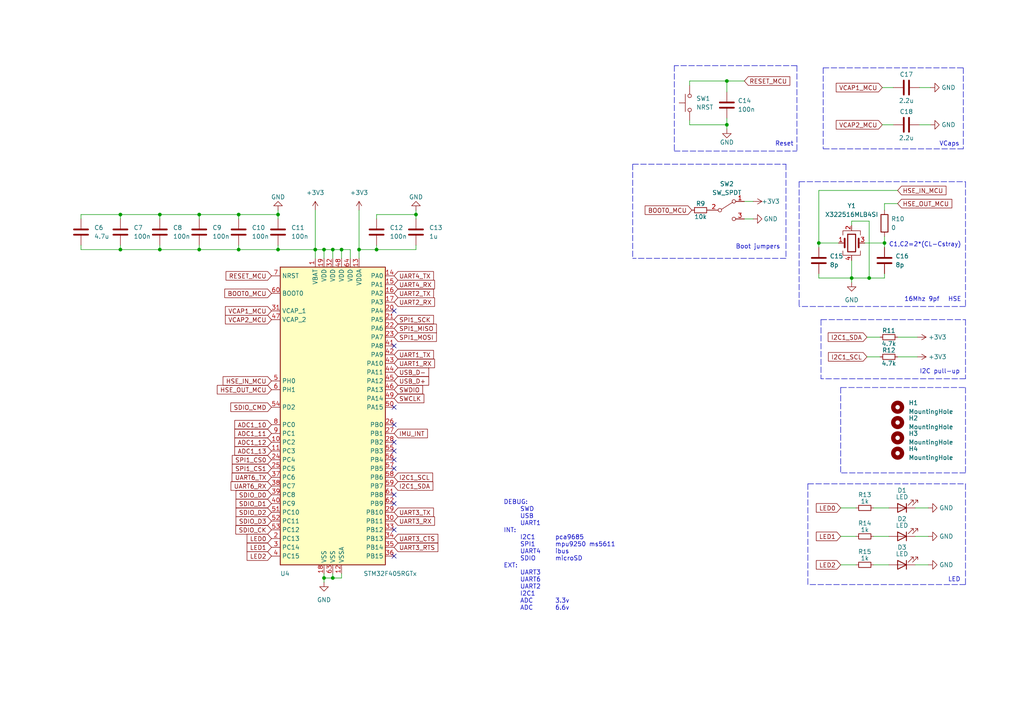
<source format=kicad_sch>
(kicad_sch (version 20211123) (generator eeschema)
  (paper "A4")
  (lib_symbols
    (symbol "Device:C" (pin_numbers hide) (pin_names (offset 0.254))
      (property "Reference" "C" (at 0.635 2.54 0))
      (property "Value" "C" (at 0.635 -2.54 0))
      (symbol "C_0_1"
        (polyline (pts (xy -2.032 -0.762) (xy 2.032 -0.762)) (stroke (width 0.508)))
        (polyline (pts (xy -2.032 0.762) (xy 2.032 0.762)) (stroke (width 0.508)))
      )
      (symbol "C_1_1"
        (pin passive line (at 0 3.81 270) (length 2.794) (name "~") (number "1"))
        (pin passive line (at 0 -3.81 90) (length 2.794) (name "~") (number "2"))
      )
    )
    (symbol "Device:Crystal_GND24" (pin_names (offset 1.016) hide)
      (property "Reference" "Y" (at 3.175 5.08 0))
      (property "Value" "Crystal_GND24" (at 3.175 3.175 0))
      (symbol "Crystal_GND24_0_1"
        (rectangle (start -1.143 2.54) (end 1.143 -2.54) (stroke (width 0.3048)))
        (polyline (pts (xy -2.54 0) (xy -2.032 0)))
        (polyline (pts (xy -2.032 -1.27) (xy -2.032 1.27)) (stroke (width 0.508)))
        (polyline (pts (xy 0 -3.81) (xy 0 -3.556)))
        (polyline (pts (xy 0 3.556) (xy 0 3.81)))
        (polyline (pts (xy 2.032 -1.27) (xy 2.032 1.27)) (stroke (width 0.508)))
        (polyline (pts (xy 2.032 0) (xy 2.54 0)))
        (polyline (pts (xy -2.54 -2.286) (xy -2.54 -3.556) (xy 2.54 -3.556) (xy 2.54 -2.286)))
        (polyline (pts (xy -2.54 2.286) (xy -2.54 3.556) (xy 2.54 3.556) (xy 2.54 2.286)))
      )
      (symbol "Crystal_GND24_1_1"
        (pin passive line (at -3.81 0 0) (length 1.27) (name "1") (number "1"))
        (pin passive line (at 0 5.08 270) (length 1.27) (name "2") (number "2"))
        (pin passive line (at 3.81 0 180) (length 1.27) (name "3") (number "3"))
        (pin passive line (at 0 -5.08 90) (length 1.27) (name "4") (number "4"))
      )
    )
    (symbol "Device:LED" (pin_numbers hide) (pin_names (offset 1.016) hide)
      (property "Reference" "D" (at 0 2.54 0))
      (property "Value" "LED" (at 0 -2.54 0))
      (symbol "LED_0_1"
        (polyline (pts (xy -1.27 -1.27) (xy -1.27 1.27)) (stroke (width 0.254)))
        (polyline (pts (xy -1.27 0) (xy 1.27 0)))
        (polyline (pts (xy 1.27 -1.27) (xy 1.27 1.27) (xy -1.27 0) (xy 1.27 -1.27)) (stroke (width 0.254)))
        (polyline (pts (xy -3.048 -0.762) (xy -4.572 -2.286) (xy -3.81 -2.286) (xy -4.572 -2.286) (xy -4.572 -1.524)))
        (polyline (pts (xy -1.778 -0.762) (xy -3.302 -2.286) (xy -2.54 -2.286) (xy -3.302 -2.286) (xy -3.302 -1.524)))
      )
      (symbol "LED_1_1"
        (pin passive line (at -3.81 0 0) (length 2.54) (name "K") (number "1"))
        (pin passive line (at 3.81 0 180) (length 2.54) (name "A") (number "2"))
      )
    )
    (symbol "Device:R" (pin_numbers hide) (pin_names (offset 0))
      (property "Reference" "R" (at 2.032 0 90))
      (property "Value" "R" (at 0 0 90))
      (symbol "R_0_1"
        (rectangle (start -1.016 -2.54) (end 1.016 2.54) (stroke (width 0.254)))
      )
      (symbol "R_1_1"
        (pin passive line (at 0 3.81 270) (length 1.27) (name "~") (number "1"))
        (pin passive line (at 0 -3.81 90) (length 1.27) (name "~") (number "2"))
      )
    )
    (symbol "Device:R_Small" (pin_numbers hide) (pin_names (offset 0.254) hide)
      (property "Reference" "R" (at 0.762 0.508 0))
      (property "Value" "R_Small" (at 0.762 -1.016 0))
      (symbol "R_Small_0_1"
        (rectangle (start -0.762 1.778) (end 0.762 -1.778) (stroke (width 0.2032)))
      )
      (symbol "R_Small_1_1"
        (pin passive line (at 0 2.54 270) (length 0.762) (name "~") (number "1"))
        (pin passive line (at 0 -2.54 90) (length 0.762) (name "~") (number "2"))
      )
    )
    (symbol "MCU_ST_STM32F4:STM32F405RGTx"
      (property "Reference" "U" (at -15.24 44.45 0))
      (property "Value" "STM32F405RGTx" (at 10.16 44.45 0))
      (symbol "STM32F405RGTx_0_1"
        (rectangle (start -15.24 -43.18) (end 15.24 43.18) (stroke (width 0.254)) (fill (type background)))
      )
      (symbol "STM32F405RGTx_1_1"
        (pin power_in line (at -5.08 45.72 270) (length 2.54) (name "VBAT") (number "1"))
        (pin bidirectional line (at -17.78 -7.62 0) (length 2.54) (name "PC2") (number "10"))
        (pin bidirectional line (at -17.78 -10.16 0) (length 2.54) (name "PC3") (number "11"))
        (pin power_in line (at 2.54 -45.72 90) (length 2.54) (name "VSSA") (number "12"))
        (pin power_in line (at 7.62 45.72 270) (length 2.54) (name "VDDA") (number "13"))
        (pin bidirectional line (at 17.78 40.64 180) (length 2.54) (name "PA0") (number "14"))
        (pin bidirectional line (at 17.78 38.1 180) (length 2.54) (name "PA1") (number "15"))
        (pin bidirectional line (at 17.78 35.56 180) (length 2.54) (name "PA2") (number "16"))
        (pin bidirectional line (at 17.78 33.02 180) (length 2.54) (name "PA3") (number "17"))
        (pin power_in line (at -2.54 -45.72 90) (length 2.54) (name "VSS") (number "18"))
        (pin power_in line (at -2.54 45.72 270) (length 2.54) (name "VDD") (number "19"))
        (pin bidirectional line (at -17.78 -35.56 0) (length 2.54) (name "PC13") (number "2"))
        (pin bidirectional line (at 17.78 30.48 180) (length 2.54) (name "PA4") (number "20"))
        (pin bidirectional line (at 17.78 27.94 180) (length 2.54) (name "PA5") (number "21"))
        (pin bidirectional line (at 17.78 25.4 180) (length 2.54) (name "PA6") (number "22"))
        (pin bidirectional line (at 17.78 22.86 180) (length 2.54) (name "PA7") (number "23"))
        (pin bidirectional line (at -17.78 -12.7 0) (length 2.54) (name "PC4") (number "24"))
        (pin bidirectional line (at -17.78 -15.24 0) (length 2.54) (name "PC5") (number "25"))
        (pin bidirectional line (at 17.78 -2.54 180) (length 2.54) (name "PB0") (number "26"))
        (pin bidirectional line (at 17.78 -5.08 180) (length 2.54) (name "PB1") (number "27"))
        (pin bidirectional line (at 17.78 -7.62 180) (length 2.54) (name "PB2") (number "28"))
        (pin bidirectional line (at 17.78 -27.94 180) (length 2.54) (name "PB10") (number "29"))
        (pin bidirectional line (at -17.78 -38.1 0) (length 2.54) (name "PC14") (number "3"))
        (pin bidirectional line (at 17.78 -30.48 180) (length 2.54) (name "PB11") (number "30"))
        (pin power_in line (at -17.78 30.48 0) (length 2.54) (name "VCAP_1") (number "31"))
        (pin power_in line (at 0 45.72 270) (length 2.54) (name "VDD") (number "32"))
        (pin bidirectional line (at 17.78 -33.02 180) (length 2.54) (name "PB12") (number "33"))
        (pin bidirectional line (at 17.78 -35.56 180) (length 2.54) (name "PB13") (number "34"))
        (pin bidirectional line (at 17.78 -38.1 180) (length 2.54) (name "PB14") (number "35"))
        (pin bidirectional line (at 17.78 -40.64 180) (length 2.54) (name "PB15") (number "36"))
        (pin bidirectional line (at -17.78 -17.78 0) (length 2.54) (name "PC6") (number "37"))
        (pin bidirectional line (at -17.78 -20.32 0) (length 2.54) (name "PC7") (number "38"))
        (pin bidirectional line (at -17.78 -22.86 0) (length 2.54) (name "PC8") (number "39"))
        (pin bidirectional line (at -17.78 -40.64 0) (length 2.54) (name "PC15") (number "4"))
        (pin bidirectional line (at -17.78 -25.4 0) (length 2.54) (name "PC9") (number "40"))
        (pin bidirectional line (at 17.78 20.32 180) (length 2.54) (name "PA8") (number "41"))
        (pin bidirectional line (at 17.78 17.78 180) (length 2.54) (name "PA9") (number "42"))
        (pin bidirectional line (at 17.78 15.24 180) (length 2.54) (name "PA10") (number "43"))
        (pin bidirectional line (at 17.78 12.7 180) (length 2.54) (name "PA11") (number "44"))
        (pin bidirectional line (at 17.78 10.16 180) (length 2.54) (name "PA12") (number "45"))
        (pin bidirectional line (at 17.78 7.62 180) (length 2.54) (name "PA13") (number "46"))
        (pin power_in line (at -17.78 27.94 0) (length 2.54) (name "VCAP_2") (number "47"))
        (pin power_in line (at 2.54 45.72 270) (length 2.54) (name "VDD") (number "48"))
        (pin bidirectional line (at 17.78 5.08 180) (length 2.54) (name "PA14") (number "49"))
        (pin input line (at -17.78 10.16 0) (length 2.54) (name "PH0") (number "5"))
        (pin bidirectional line (at 17.78 2.54 180) (length 2.54) (name "PA15") (number "50"))
        (pin bidirectional line (at -17.78 -27.94 0) (length 2.54) (name "PC10") (number "51"))
        (pin bidirectional line (at -17.78 -30.48 0) (length 2.54) (name "PC11") (number "52"))
        (pin bidirectional line (at -17.78 -33.02 0) (length 2.54) (name "PC12") (number "53"))
        (pin bidirectional line (at -17.78 2.54 0) (length 2.54) (name "PD2") (number "54"))
        (pin bidirectional line (at 17.78 -10.16 180) (length 2.54) (name "PB3") (number "55"))
        (pin bidirectional line (at 17.78 -12.7 180) (length 2.54) (name "PB4") (number "56"))
        (pin bidirectional line (at 17.78 -15.24 180) (length 2.54) (name "PB5") (number "57"))
        (pin bidirectional line (at 17.78 -17.78 180) (length 2.54) (name "PB6") (number "58"))
        (pin bidirectional line (at 17.78 -20.32 180) (length 2.54) (name "PB7") (number "59"))
        (pin input line (at -17.78 7.62 0) (length 2.54) (name "PH1") (number "6"))
        (pin input line (at -17.78 35.56 0) (length 2.54) (name "BOOT0") (number "60"))
        (pin bidirectional line (at 17.78 -22.86 180) (length 2.54) (name "PB8") (number "61"))
        (pin bidirectional line (at 17.78 -25.4 180) (length 2.54) (name "PB9") (number "62"))
        (pin power_in line (at 0 -45.72 90) (length 2.54) (name "VSS") (number "63"))
        (pin power_in line (at 5.08 45.72 270) (length 2.54) (name "VDD") (number "64"))
        (pin input line (at -17.78 40.64 0) (length 2.54) (name "NRST") (number "7"))
        (pin bidirectional line (at -17.78 -2.54 0) (length 2.54) (name "PC0") (number "8"))
        (pin bidirectional line (at -17.78 -5.08 0) (length 2.54) (name "PC1") (number "9"))
      )
    )
    (symbol "Mechanical:MountingHole" (pin_names (offset 1.016))
      (property "Reference" "H" (at 0 5.08 0))
      (property "Value" "MountingHole" (at 0 3.175 0))
      (symbol "MountingHole_0_1"
        (circle (center 0 0) (radius 1.27) (stroke (width 1.27)))
      )
    )
    (symbol "Switch:SW_Push" (pin_numbers hide) (pin_names (offset 1.016) hide)
      (property "Reference" "SW" (at 1.27 2.54 0))
      (property "Value" "SW_Push" (at 0 -1.524 0))
      (symbol "SW_Push_0_1"
        (circle (center -2.032 0) (radius 0.508))
        (polyline (pts (xy 0 1.27) (xy 0 3.048)))
        (polyline (pts (xy 2.54 1.27) (xy -2.54 1.27)))
        (circle (center 2.032 0) (radius 0.508))
        (pin passive line (at -5.08 0 0) (length 2.54) (name "1") (number "1"))
        (pin passive line (at 5.08 0 180) (length 2.54) (name "2") (number "2"))
      )
    )
    (symbol "Switch:SW_SPDT" (pin_names (offset 0) hide)
      (property "Reference" "SW" (at 0 4.318 0))
      (property "Value" "SW_SPDT" (at 0 -5.08 0))
      (symbol "SW_SPDT_0_0"
        (circle (center -2.032 0) (radius 0.508))
        (circle (center 2.032 -2.54) (radius 0.508))
      )
      (symbol "SW_SPDT_0_1"
        (polyline (pts (xy -1.524 0.254) (xy 1.651 2.286)))
        (circle (center 2.032 2.54) (radius 0.508))
      )
      (symbol "SW_SPDT_1_1"
        (pin passive line (at 5.08 2.54 180) (length 2.54) (name "A") (number "1"))
        (pin passive line (at -5.08 0 0) (length 2.54) (name "B") (number "2"))
        (pin passive line (at 5.08 -2.54 180) (length 2.54) (name "C") (number "3"))
      )
    )
    (symbol "power:+3V3" (power) (pin_names (offset 0))
      (property "Value" "+3V3" (at 0 3.556 0))
      (symbol "+3V3_0_1"
        (polyline (pts (xy -0.762 1.27) (xy 0 2.54)))
        (polyline (pts (xy 0 0) (xy 0 2.54)))
        (polyline (pts (xy 0 2.54) (xy 0.762 1.27)))
      )
      (symbol "+3V3_1_1"
        (pin power_in line (at 0 0 90) (length 0) hide (name "+3V3") (number "1"))
      )
    )
    (symbol "power:GND" (power) (pin_names (offset 0))
      (property "Value" "GND" (at 0 -3.81 0))
      (symbol "GND_0_1"
        (polyline (pts (xy 0 0) (xy 0 -1.27) (xy 1.27 -1.27) (xy 0 -2.54) (xy -1.27 -1.27) (xy 0 -1.27)))
      )
      (symbol "GND_1_1"
        (pin power_in line (at 0 0 270) (length 0) hide (name "GND") (number "1"))
      )
    )
  )
  (junction (at 57.785 62.23))
  (junction (at 80.645 62.23))
  (junction (at 46.355 62.23))
  (junction (at 34.925 62.23))
  (junction (at 80.645 72.39))
  (junction (at 104.14 72.39))
  (junction (at 46.355 72.39))
  (junction (at 69.215 72.39))
  (junction (at 210.82 36.195))
  (junction (at 109.22 72.39))
  (junction (at 256.54 70.485))
  (junction (at 93.98 72.39))
  (junction (at 93.98 167.64))
  (junction (at 96.52 167.64))
  (junction (at 34.925 72.39))
  (junction (at 96.52 72.39))
  (junction (at 57.785 72.39))
  (junction (at 69.215 62.23))
  (junction (at 91.44 72.39))
  (junction (at 252.095 80.645))
  (junction (at 237.49 70.485))
  (junction (at 99.06 72.39))
  (junction (at 210.82 23.495))
  (junction (at 120.65 62.23))
  (junction (at 247.015 80.645))
  (no_connect (at 114.3 135.89))
  (no_connect (at 114.3 146.05))
  (no_connect (at 114.3 143.51))
  (no_connect (at 114.3 161.29))
  (no_connect (at 114.3 153.67))
  (no_connect (at 114.3 123.19))
  (no_connect (at 114.3 130.81))
  (no_connect (at 114.3 90.17))
  (no_connect (at 114.3 100.33))
  (no_connect (at 114.3 118.11))
  (no_connect (at 114.3 133.35))
  (no_connect (at 114.3 128.27))
  (wire (pts (xy 69.215 72.39) (xy 69.215 71.12)))
  (polyline (pts (xy 280.035 109.855) (xy 238.125 109.855)))
  (wire (pts (xy 247.015 75.565) (xy 247.015 80.645)))
  (wire (pts (xy 265.43 155.575) (xy 269.24 155.575)))
  (wire (pts (xy 237.49 55.245) (xy 237.49 70.485)))
  (wire (pts (xy 260.35 103.505) (xy 266.065 103.505)))
  (wire (pts (xy 252.095 80.645) (xy 256.54 80.645)))
  (wire (pts (xy 93.98 167.64) (xy 93.98 168.91)))
  (wire (pts (xy 80.645 71.12) (xy 80.645 72.39)))
  (polyline (pts (xy 280.035 52.705) (xy 280.035 88.9)))
  (wire (pts (xy 34.925 63.5) (xy 34.925 62.23)))
  (wire (pts (xy 243.84 155.575) (xy 248.285 155.575)))
  (polyline (pts (xy 183.515 47.625) (xy 227.965 47.625)))
  (polyline (pts (xy 280.035 137.16) (xy 243.84 137.16)))
  (wire (pts (xy 99.06 72.39) (xy 99.06 74.93)))
  (polyline (pts (xy 231.14 19.05) (xy 231.14 43.815)))
  (wire (pts (xy 256.54 70.485) (xy 256.54 68.58)))
  (wire (pts (xy 210.82 23.495) (xy 210.82 26.67)))
  (wire (pts (xy 256.54 59.055) (xy 260.35 59.055)))
  (wire (pts (xy 96.52 72.39) (xy 96.52 74.93)))
  (wire (pts (xy 96.52 166.37) (xy 96.52 167.64)))
  (polyline (pts (xy 231.775 52.705) (xy 280.035 52.705)))
  (polyline (pts (xy 238.125 92.71) (xy 280.035 92.71)))
  (wire (pts (xy 266.7 36.195) (xy 269.875 36.195)))
  (wire (pts (xy 96.52 72.39) (xy 99.06 72.39)))
  (wire (pts (xy 243.84 147.32) (xy 248.285 147.32)))
  (wire (pts (xy 260.35 55.245) (xy 237.49 55.245)))
  (polyline (pts (xy 227.965 47.625) (xy 227.965 74.93)))
  (wire (pts (xy 23.495 62.23) (xy 23.495 63.5)))
  (wire (pts (xy 253.365 147.32) (xy 257.81 147.32)))
  (wire (pts (xy 57.785 72.39) (xy 46.355 72.39)))
  (wire (pts (xy 69.215 72.39) (xy 57.785 72.39)))
  (wire (pts (xy 57.785 62.23) (xy 57.785 63.5)))
  (wire (pts (xy 109.22 62.23) (xy 120.65 62.23)))
  (polyline (pts (xy 280.035 140.335) (xy 280.035 169.545)))
  (wire (pts (xy 34.925 72.39) (xy 34.925 71.12)))
  (wire (pts (xy 253.365 163.83) (xy 257.81 163.83)))
  (wire (pts (xy 69.215 62.23) (xy 69.215 63.5)))
  (polyline (pts (xy 243.84 112.395) (xy 280.035 112.395)))
  (wire (pts (xy 255.905 25.4) (xy 259.08 25.4)))
  (wire (pts (xy 80.645 62.23) (xy 80.645 63.5)))
  (wire (pts (xy 93.98 166.37) (xy 93.98 167.64)))
  (wire (pts (xy 200.025 23.495) (xy 200.025 24.765)))
  (wire (pts (xy 46.355 72.39) (xy 46.355 71.12)))
  (wire (pts (xy 247.015 65.405) (xy 247.015 64.135)))
  (wire (pts (xy 91.44 60.96) (xy 91.44 72.39)))
  (wire (pts (xy 34.925 62.23) (xy 46.355 62.23)))
  (polyline (pts (xy 183.515 47.625) (xy 183.515 74.93)))
  (polyline (pts (xy 234.315 140.335) (xy 280.035 140.335)))
  (wire (pts (xy 23.495 72.39) (xy 23.495 71.12)))
  (polyline (pts (xy 243.84 112.395) (xy 243.84 137.16)))
  (wire (pts (xy 99.06 72.39) (xy 101.6 72.39)))
  (wire (pts (xy 237.49 70.485) (xy 237.49 71.755)))
  (wire (pts (xy 120.65 60.96) (xy 120.65 62.23)))
  (polyline (pts (xy 195.58 19.05) (xy 195.58 43.815)))
  (wire (pts (xy 99.06 166.37) (xy 99.06 167.64)))
  (polyline (pts (xy 234.315 140.335) (xy 234.315 169.545)))
  (wire (pts (xy 104.14 72.39) (xy 104.14 74.93)))
  (wire (pts (xy 69.215 62.23) (xy 80.645 62.23)))
  (wire (pts (xy 215.9 63.5) (xy 218.44 63.5)))
  (wire (pts (xy 256.54 80.645) (xy 256.54 79.375)))
  (wire (pts (xy 34.925 72.39) (xy 23.495 72.39)))
  (wire (pts (xy 250.825 70.485) (xy 256.54 70.485)))
  (wire (pts (xy 91.44 74.93) (xy 91.44 72.39)))
  (polyline (pts (xy 238.76 19.685) (xy 238.76 43.18)))
  (wire (pts (xy 215.9 58.42) (xy 218.44 58.42)))
  (polyline (pts (xy 195.58 43.815) (xy 231.14 43.815)))
  (wire (pts (xy 200.025 34.925) (xy 200.025 36.195)))
  (wire (pts (xy 99.06 167.64) (xy 96.52 167.64)))
  (wire (pts (xy 243.84 163.83) (xy 248.285 163.83)))
  (wire (pts (xy 237.49 80.645) (xy 247.015 80.645)))
  (wire (pts (xy 256.54 70.485) (xy 256.54 71.755)))
  (wire (pts (xy 80.645 60.96) (xy 80.645 62.23)))
  (wire (pts (xy 210.82 23.495) (xy 215.9 23.495)))
  (polyline (pts (xy 238.125 92.71) (xy 238.125 109.855)))
  (wire (pts (xy 80.645 72.39) (xy 69.215 72.39)))
  (wire (pts (xy 46.355 62.23) (xy 57.785 62.23)))
  (wire (pts (xy 46.355 72.39) (xy 34.925 72.39)))
  (wire (pts (xy 109.22 63.5) (xy 109.22 62.23)))
  (wire (pts (xy 247.015 80.645) (xy 247.015 81.915)))
  (wire (pts (xy 265.43 163.83) (xy 269.24 163.83)))
  (wire (pts (xy 260.35 97.79) (xy 266.065 97.79)))
  (wire (pts (xy 93.98 72.39) (xy 93.98 74.93)))
  (wire (pts (xy 104.14 60.96) (xy 104.14 72.39)))
  (wire (pts (xy 251.46 97.79) (xy 255.27 97.79)))
  (wire (pts (xy 109.22 71.12) (xy 109.22 72.39)))
  (wire (pts (xy 80.645 72.39) (xy 91.44 72.39)))
  (wire (pts (xy 237.49 79.375) (xy 237.49 80.645)))
  (wire (pts (xy 210.82 34.29) (xy 210.82 36.195)))
  (wire (pts (xy 266.7 25.4) (xy 269.875 25.4)))
  (wire (pts (xy 120.65 71.12) (xy 120.65 72.39)))
  (polyline (pts (xy 227.965 74.93) (xy 183.515 74.93)))
  (polyline (pts (xy 231.775 52.705) (xy 231.775 88.9)))
  (wire (pts (xy 57.785 72.39) (xy 57.785 71.12)))
  (wire (pts (xy 243.205 70.485) (xy 237.49 70.485)))
  (wire (pts (xy 247.015 80.645) (xy 252.095 80.645)))
  (wire (pts (xy 91.44 72.39) (xy 93.98 72.39)))
  (wire (pts (xy 120.65 62.23) (xy 120.65 63.5)))
  (polyline (pts (xy 279.4 19.685) (xy 279.4 43.18)))
  (wire (pts (xy 247.015 64.135) (xy 252.095 64.135)))
  (wire (pts (xy 34.925 62.23) (xy 23.495 62.23)))
  (wire (pts (xy 265.43 147.32) (xy 269.24 147.32)))
  (wire (pts (xy 255.905 36.195) (xy 259.08 36.195)))
  (wire (pts (xy 210.82 36.195) (xy 210.82 37.465)))
  (polyline (pts (xy 280.035 112.395) (xy 280.035 137.16)))
  (polyline (pts (xy 238.76 19.685) (xy 279.4 19.685)))
  (polyline (pts (xy 280.035 92.71) (xy 280.035 109.855)))
  (wire (pts (xy 109.22 72.39) (xy 120.65 72.39)))
  (wire (pts (xy 251.46 103.505) (xy 255.27 103.505)))
  (wire (pts (xy 96.52 167.64) (xy 93.98 167.64)))
  (wire (pts (xy 253.365 155.575) (xy 257.81 155.575)))
  (wire (pts (xy 200.025 36.195) (xy 210.82 36.195)))
  (wire (pts (xy 46.355 62.23) (xy 46.355 63.5)))
  (wire (pts (xy 101.6 72.39) (xy 101.6 74.93)))
  (wire (pts (xy 104.14 72.39) (xy 109.22 72.39)))
  (polyline (pts (xy 280.035 169.545) (xy 234.315 169.545)))
  (wire (pts (xy 256.54 60.96) (xy 256.54 59.055)))
  (wire (pts (xy 57.785 62.23) (xy 69.215 62.23)))
  (polyline (pts (xy 231.14 19.05) (xy 195.58 19.05)))
  (polyline (pts (xy 280.035 88.9) (xy 231.775 88.9)))
  (wire (pts (xy 210.82 23.495) (xy 200.025 23.495)))
  (wire (pts (xy 252.095 64.135) (xy 252.095 80.645)))
  (wire (pts (xy 93.98 72.39) (xy 96.52 72.39)))
  (polyline (pts (xy 279.4 43.18) (xy 238.76 43.18)))
  (text "VCaps" (at 272.415 42.545 0) (effects (font (size 1.27 1.27)) (justify left bottom)))
  (text "HSE" (at 274.955 87.63 0) (effects (font (size 1.27 1.27)) (justify left bottom)))
  (text "LED" (at 274.955 168.91 0) (effects (font (size 1.27 1.27)) (justify left bottom)))
  (text "Reset\n" (at 224.79 42.545 0) (effects (font (size 1.27 1.27)) (justify left bottom)))
  (text "C1,C2=2*(CL-Cstray)" (at 257.81 71.755 0) (effects (font (size 1.27 1.27)) (justify left bottom)))
  (text "Boot jumpers\n" (at 213.36 72.39 0) (effects (font (size 1.27 1.27)) (justify left bottom)))
  (text "16Mhz 9pf\n" (at 262.255 87.63 0) (effects (font (size 1.27 1.27)) (justify left bottom)))
  (text "DEBUG:\n	SWD\n	USB\n	UART1\nINT:\n	I2C1	pca9685\n	SPI1	mpu9250 ms5611 \n	UART4	ibus\n	SDIO	microSD\nEXT:\n	UART3\n	UART6\n	UART2\n	I2C1\n	ADC		3.3v\n	ADC		6.6v" (at 146.05 177.165 0) (effects (font (size 1.27 1.27)) (justify left bottom)))
  (text "I2C pull-up" (at 266.7 108.585 0) (effects (font (size 1.27 1.27)) (justify left bottom)))
  (global_label "SDIO_CMD" (shape input) (at 78.74 118.11 180) (property "Intersheet References" "${INTERSHEET_REFS}" (effects hide)))
  (global_label "SPI1_CS0" (shape input) (at 78.74 133.35 180) (property "Intersheet References" "${INTERSHEET_REFS}" (effects hide)))
  (global_label "HSE_OUT_MCU" (shape input) (at 78.74 113.03 180) (property "Intersheet References" "${INTERSHEET_REFS}" (effects hide)))
  (global_label "UART1_RX" (shape input) (at 114.3 105.41 0) (property "Intersheet References" "${INTERSHEET_REFS}" (effects hide)))
  (global_label "VCAP2_MCU" (shape input) (at 255.905 36.195 180) (property "Intersheet References" "${INTERSHEET_REFS}" (effects hide)))
  (global_label "VCAP1_MCU" (shape input) (at 255.905 25.4 180) (property "Intersheet References" "${INTERSHEET_REFS}" (effects hide)))
  (global_label "HSE_IN_MCU" (shape input) (at 260.35 55.245 0) (property "Intersheet References" "${INTERSHEET_REFS}" (effects hide)))
  (global_label "UART4_RX" (shape input) (at 114.3 82.55 0) (property "Intersheet References" "${INTERSHEET_REFS}" (effects hide)))
  (global_label "SDIO_CK" (shape input) (at 78.74 153.67 180) (property "Intersheet References" "${INTERSHEET_REFS}" (effects hide)))
  (global_label "UART2_RX" (shape input) (at 114.3 87.63 0) (property "Intersheet References" "${INTERSHEET_REFS}" (effects hide)))
  (global_label "LED0" (shape input) (at 78.74 156.21 180) (property "Intersheet References" "${INTERSHEET_REFS}" (effects hide)))
  (global_label "USB_D+" (shape input) (at 114.3 110.49 0) (property "Intersheet References" "${INTERSHEET_REFS}" (effects hide)))
  (global_label "ADC1_10" (shape input) (at 78.74 123.19 180) (property "Intersheet References" "${INTERSHEET_REFS}" (effects hide)))
  (global_label "UART6_RX" (shape input) (at 78.74 140.97 180) (property "Intersheet References" "${INTERSHEET_REFS}" (effects hide)))
  (global_label "LED2" (shape input) (at 78.74 161.29 180) (property "Intersheet References" "${INTERSHEET_REFS}" (effects hide)))
  (global_label "SDIO_D1" (shape input) (at 78.74 146.05 180) (property "Intersheet References" "${INTERSHEET_REFS}" (effects hide)))
  (global_label "SDIO_D0" (shape input) (at 78.74 143.51 180) (property "Intersheet References" "${INTERSHEET_REFS}" (effects hide)))
  (global_label "SDIO_D3" (shape input) (at 78.74 151.13 180) (property "Intersheet References" "${INTERSHEET_REFS}" (effects hide)))
  (global_label "IMU_INT" (shape input) (at 114.3 125.73 0) (property "Intersheet References" "${INTERSHEET_REFS}" (effects hide)))
  (global_label "UART1_TX" (shape input) (at 114.3 102.87 0) (property "Intersheet References" "${INTERSHEET_REFS}" (effects hide)))
  (global_label "UART6_TX" (shape input) (at 78.74 138.43 180) (property "Intersheet References" "${INTERSHEET_REFS}" (effects hide)))
  (global_label "BOOT0_MCU" (shape input) (at 200.66 60.96 180) (property "Intersheet References" "${INTERSHEET_REFS}" (effects hide)))
  (global_label "UART3_CTS" (shape input) (at 114.3 156.21 0) (property "Intersheet References" "${INTERSHEET_REFS}" (effects hide)))
  (global_label "I2C1_SCL" (shape input) (at 251.46 103.505 180) (property "Intersheet References" "${INTERSHEET_REFS}" (effects hide)))
  (global_label "VCAP1_MCU" (shape input) (at 78.74 90.17 180) (property "Intersheet References" "${INTERSHEET_REFS}" (effects hide)))
  (global_label "RESET_MCU" (shape input) (at 78.74 80.01 180) (property "Intersheet References" "${INTERSHEET_REFS}" (effects hide)))
  (global_label "UART2_TX" (shape input) (at 114.3 85.09 0) (property "Intersheet References" "${INTERSHEET_REFS}" (effects hide)))
  (global_label "SPI1_CS1" (shape input) (at 78.74 135.89 180) (property "Intersheet References" "${INTERSHEET_REFS}" (effects hide)))
  (global_label "SPI1_MOSI" (shape input) (at 114.3 97.79 0) (property "Intersheet References" "${INTERSHEET_REFS}" (effects hide)))
  (global_label "SPI1_SCK" (shape input) (at 114.3 92.71 0) (property "Intersheet References" "${INTERSHEET_REFS}" (effects hide)))
  (global_label "UART3_RTS" (shape input) (at 114.3 158.75 0) (property "Intersheet References" "${INTERSHEET_REFS}" (effects hide)))
  (global_label "ADC1_11" (shape input) (at 78.74 125.73 180) (property "Intersheet References" "${INTERSHEET_REFS}" (effects hide)))
  (global_label "BOOT0_MCU" (shape input) (at 78.74 85.09 180) (property "Intersheet References" "${INTERSHEET_REFS}" (effects hide)))
  (global_label "UART3_RX" (shape input) (at 114.3 151.13 0) (property "Intersheet References" "${INTERSHEET_REFS}" (effects hide)))
  (global_label "ADC1_13" (shape input) (at 78.74 130.81 180) (property "Intersheet References" "${INTERSHEET_REFS}" (effects hide)))
  (global_label "ADC1_12" (shape input) (at 78.74 128.27 180) (property "Intersheet References" "${INTERSHEET_REFS}" (effects hide)))
  (global_label "SDIO_D2" (shape input) (at 78.74 148.59 180) (property "Intersheet References" "${INTERSHEET_REFS}" (effects hide)))
  (global_label "SWDIO" (shape input) (at 114.3 113.03 0) (property "Intersheet References" "${INTERSHEET_REFS}" (effects hide)))
  (global_label "LED1" (shape input) (at 78.74 158.75 180) (property "Intersheet References" "${INTERSHEET_REFS}" (effects hide)))
  (global_label "USB_D-" (shape input) (at 114.3 107.95 0) (property "Intersheet References" "${INTERSHEET_REFS}" (effects hide)))
  (global_label "SWCLK" (shape input) (at 114.3 115.57 0) (property "Intersheet References" "${INTERSHEET_REFS}" (effects hide)))
  (global_label "I2C1_SDA" (shape input) (at 251.46 97.79 180) (property "Intersheet References" "${INTERSHEET_REFS}" (effects hide)))
  (global_label "I2C1_SDA" (shape input) (at 114.3 140.97 0) (property "Intersheet References" "${INTERSHEET_REFS}" (effects hide)))
  (global_label "UART4_TX" (shape input) (at 114.3 80.01 0) (property "Intersheet References" "${INTERSHEET_REFS}" (effects hide)))
  (global_label "LED1" (shape input) (at 243.84 155.575 180) (property "Intersheet References" "${INTERSHEET_REFS}" (effects hide)))
  (global_label "LED2" (shape input) (at 243.84 163.83 180) (property "Intersheet References" "${INTERSHEET_REFS}" (effects hide)))
  (global_label "UART3_TX" (shape input) (at 114.3 148.59 0) (property "Intersheet References" "${INTERSHEET_REFS}" (effects hide)))
  (global_label "HSE_IN_MCU" (shape input) (at 78.74 110.49 180) (property "Intersheet References" "${INTERSHEET_REFS}" (effects hide)))
  (global_label "VCAP2_MCU" (shape input) (at 78.74 92.71 180) (property "Intersheet References" "${INTERSHEET_REFS}" (effects hide)))
  (global_label "SPI1_MISO" (shape input) (at 114.3 95.25 0) (property "Intersheet References" "${INTERSHEET_REFS}" (effects hide)))
  (global_label "RESET_MCU" (shape input) (at 215.9 23.495 0) (property "Intersheet References" "${INTERSHEET_REFS}" (effects hide)))
  (global_label "HSE_OUT_MCU" (shape input) (at 260.35 59.055 0) (property "Intersheet References" "${INTERSHEET_REFS}" (effects hide)))
  (global_label "LED0" (shape input) (at 243.84 147.32 180) (property "Intersheet References" "${INTERSHEET_REFS}" (effects hide)))
  (global_label "I2C1_SCL" (shape input) (at 114.3 138.43 0) (property "Intersheet References" "${INTERSHEET_REFS}" (effects hide)))
  (symbol (lib_id "Mechanical:MountingHole") (at 260.35 122.555 0) (unit 1)
    (property "Reference" "H2" (at 263.525 121.2849 0) (effects (justify left)))
    (property "Value" "MountingHole" (at 263.525 123.8249 0) (effects (justify left)))
    (property "Footprint" "MountingHole:MountingHole_3.2mm_M3_Pad_Via" (effects hide))
  )
  (symbol (lib_id "power:GND") (at 269.24 147.32 90) (unit 1)
    (property "Reference" "#PWR031" (effects hide))
    (property "Value" "GND" (at 272.415 147.32 90) (effects (justify right)))
  )
  (symbol (lib_id "Device:C") (at 80.645 67.31 0) (unit 1)
    (property "Reference" "C11" (at 84.455 66.0399 0) (effects (justify left)))
    (property "Value" "100n" (at 84.455 68.5799 0) (effects (justify left)))
    (property "Footprint" "Capacitor_SMD:C_0603_1608Metric_Pad1.08x0.95mm_HandSolder" (effects hide))
    (property "JLCPCB Part #" "C14663" (effects hide))
  )
  (symbol (lib_id "power:GND") (at 93.98 168.91 0) (unit 1)
    (property "Reference" "#PWR022" (effects hide))
    (property "Value" "GND" (at 93.98 173.99 0))
  )
  (symbol (lib_id "Device:Crystal_GND24") (at 247.015 70.485 0) (unit 1)
    (property "Reference" "Y1" (at 247.015 59.69 0))
    (property "Value" "X322516MLB4SI" (at 247.015 62.23 0))
    (property "Footprint" "Crystal:Crystal_SMD_3225-4Pin_3.2x2.5mm" (effects hide))
  )
  (symbol (lib_id "Device:C") (at 46.355 67.31 0) (unit 1)
    (property "Reference" "C8" (at 50.165 66.0399 0) (effects (justify left)))
    (property "Value" "100n" (at 50.165 68.5799 0) (effects (justify left)))
    (property "Footprint" "Capacitor_SMD:C_0603_1608Metric_Pad1.08x0.95mm_HandSolder" (effects hide))
    (property "JLCPCB Part #" "C14663" (effects hide))
  )
  (symbol (lib_id "Mechanical:MountingHole") (at 260.35 127 0) (unit 1)
    (property "Reference" "H3" (at 263.525 125.7299 0) (effects (justify left)))
    (property "Value" "MountingHole" (at 263.525 128.2699 0) (effects (justify left)))
    (property "Footprint" "MountingHole:MountingHole_3.2mm_M3_Pad_Via" (effects hide))
  )
  (symbol (lib_id "Device:C") (at 262.89 25.4 90) (unit 1)
    (property "Reference" "C17" (at 262.89 21.59 90))
    (property "Value" "2.2u" (at 262.89 29.21 90))
    (property "Footprint" "Capacitor_SMD:C_0603_1608Metric_Pad1.08x0.95mm_HandSolder" (effects hide))
    (property "JLCPCB Part #" "C23630" (effects hide))
  )
  (symbol (lib_id "Device:R") (at 256.54 64.77 0) (unit 1)
    (property "Reference" "R10" (at 258.445 63.4999 0) (effects (justify left)))
    (property "Value" "0" (at 258.445 66.0399 0) (effects (justify left)))
    (property "Footprint" "Resistor_SMD:R_0603_1608Metric_Pad0.98x0.95mm_HandSolder" (effects hide))
    (property "JLCPCB Part #" "C21189" (effects hide))
  )
  (symbol (lib_id "power:GND") (at 269.24 155.575 90) (unit 1)
    (property "Reference" "#PWR032" (effects hide))
    (property "Value" "GND" (at 272.415 155.575 90) (effects (justify right)))
  )
  (symbol (lib_id "power:+3V3") (at 266.065 103.505 270) (unit 1)
    (property "Reference" "#PWR030" (effects hide))
    (property "Value" "+3V3" (at 269.24 103.505 90) (effects (justify left)))
  )
  (symbol (lib_id "Device:R_Small") (at 257.81 97.79 90) (unit 1)
    (property "Reference" "R11" (at 257.81 95.885 90))
    (property "Value" "4.7k" (at 257.81 99.695 90))
    (property "Footprint" "Resistor_SMD:R_0603_1608Metric_Pad0.98x0.95mm_HandSolder" (effects hide))
    (property "JLCPCB Part #" "C23162" (effects hide))
  )
  (symbol (lib_id "Device:R_Small") (at 250.825 163.83 90) (unit 1)
    (property "Reference" "R15" (at 250.825 160.02 90))
    (property "Value" "1k" (at 250.825 161.925 90))
    (property "Footprint" "Resistor_SMD:R_0603_1608Metric_Pad0.98x0.95mm_HandSolder" (effects hide))
    (property "JLCPCB Part #" "C21190" (effects hide))
  )
  (symbol (lib_id "power:GND") (at 210.82 37.465 0) (unit 1)
    (property "Reference" "#PWR025" (effects hide))
    (property "Value" "GND" (at 210.82 41.275 0))
  )
  (symbol (lib_id "Device:LED") (at 261.62 155.575 180) (unit 1)
    (property "Reference" "D2" (at 261.62 150.495 0))
    (property "Value" "LED" (at 261.62 152.4 0))
    (property "Footprint" "LED_SMD:LED_0603_1608Metric_Pad1.05x0.95mm_HandSolder" (effects hide))
  )
  (symbol (lib_id "power:GND") (at 120.65 60.96 180) (unit 1)
    (property "Reference" "#PWR024" (effects hide))
    (property "Value" "GND" (at 120.65 57.15 0))
  )
  (symbol (lib_id "Switch:SW_Push") (at 200.025 29.845 90) (unit 1)
    (property "Reference" "SW1" (at 201.93 28.5749 90) (effects (justify right)))
    (property "Value" "NRST" (at 201.93 31.115 90) (effects (justify right)))
    (property "Footprint" "Button_Switch_THT:SW_PUSH_6mm_H5mm" (effects hide))
  )
  (symbol (lib_id "Device:C") (at 237.49 75.565 0) (unit 1)
    (property "Reference" "C15" (at 240.665 74.2949 0) (effects (justify left)))
    (property "Value" "8p" (at 240.665 76.8349 0) (effects (justify left)))
    (property "Footprint" "Capacitor_SMD:C_0603_1608Metric_Pad1.08x0.95mm_HandSolder" (effects hide))
    (property "JLCPCB Part #" "C327316" (effects hide))
  )
  (symbol (lib_id "Device:C") (at 210.82 30.48 0) (unit 1)
    (property "Reference" "C14" (at 213.995 29.2099 0) (effects (justify left)))
    (property "Value" "100n" (at 213.995 31.7499 0) (effects (justify left)))
    (property "Footprint" "Capacitor_SMD:C_0603_1608Metric_Pad1.08x0.95mm_HandSolder" (effects hide))
    (property "JLCPCB Part #" "C14663" (effects hide))
  )
  (symbol (lib_id "Device:LED") (at 261.62 163.83 180) (unit 1)
    (property "Reference" "D3" (at 261.62 158.75 0))
    (property "Value" "LED" (at 261.62 160.655 0))
    (property "Footprint" "LED_SMD:LED_0603_1608Metric_Pad1.05x0.95mm_HandSolder" (effects hide))
  )
  (symbol (lib_id "power:+3V3") (at 91.44 60.96 0) (unit 1)
    (property "Reference" "#PWR021" (effects hide))
    (property "Value" "+3V3" (at 91.44 55.88 0))
  )
  (symbol (lib_id "Mechanical:MountingHole") (at 260.35 118.11 0) (unit 1)
    (property "Reference" "H1" (at 263.525 116.8399 0) (effects (justify left)))
    (property "Value" "MountingHole" (at 263.525 119.3799 0) (effects (justify left)))
    (property "Footprint" "MountingHole:MountingHole_3.2mm_M3_Pad_Via" (effects hide))
  )
  (symbol (lib_id "Device:LED") (at 261.62 147.32 180) (unit 1)
    (property "Reference" "D1" (at 261.62 142.24 0))
    (property "Value" "LED" (at 261.62 144.145 0))
    (property "Footprint" "LED_SMD:LED_0603_1608Metric_Pad1.05x0.95mm_HandSolder" (effects hide))
  )
  (symbol (lib_id "Device:C") (at 57.785 67.31 0) (unit 1)
    (property "Reference" "C9" (at 61.595 66.0399 0) (effects (justify left)))
    (property "Value" "100n" (at 61.595 68.5799 0) (effects (justify left)))
    (property "Footprint" "Capacitor_SMD:C_0603_1608Metric_Pad1.08x0.95mm_HandSolder" (effects hide))
    (property "JLCPCB Part #" "C14663" (effects hide))
  )
  (symbol (lib_id "Device:C") (at 256.54 75.565 0) (unit 1)
    (property "Reference" "C16" (at 259.715 74.2949 0) (effects (justify left)))
    (property "Value" "8p" (at 259.715 76.8349 0) (effects (justify left)))
    (property "Footprint" "Capacitor_SMD:C_0603_1608Metric_Pad1.08x0.95mm_HandSolder" (effects hide))
    (property "JLCPCB Part #" "C327316" (effects hide))
  )
  (symbol (lib_id "power:GND") (at 247.015 81.915 0) (unit 1)
    (property "Reference" "#PWR028" (effects hide))
    (property "Value" "GND" (at 247.015 86.995 0))
  )
  (symbol (lib_id "Device:R_Small") (at 250.825 147.32 90) (unit 1)
    (property "Reference" "R13" (at 250.825 143.51 90))
    (property "Value" "1k" (at 250.825 145.415 90))
    (property "Footprint" "Resistor_SMD:R_0603_1608Metric_Pad0.98x0.95mm_HandSolder" (effects hide))
    (property "JLCPCB Part #" "C21190" (effects hide))
  )
  (symbol (lib_id "power:GND") (at 269.24 163.83 90) (unit 1)
    (property "Reference" "#PWR033" (effects hide))
    (property "Value" "GND" (at 272.415 163.83 90) (effects (justify right)))
  )
  (symbol (lib_id "power:GND") (at 269.875 36.195 90) (unit 1)
    (property "Reference" "#PWR035" (effects hide))
    (property "Value" "GND" (at 273.05 36.1949 90) (effects (justify right)))
  )
  (symbol (lib_id "Device:C") (at 109.22 67.31 0) (unit 1)
    (property "Reference" "C12" (at 113.03 66.0399 0) (effects (justify left)))
    (property "Value" "100n" (at 113.03 68.5799 0) (effects (justify left)))
    (property "Footprint" "Capacitor_SMD:C_0603_1608Metric_Pad1.08x0.95mm_HandSolder" (effects hide))
    (property "JLCPCB Part #" "C14663" (effects hide))
  )
  (symbol (lib_id "MCU_ST_STM32F4:STM32F405RGTx") (at 96.52 120.65 0) (unit 1)
    (property "Reference" "U4" (at 81.28 166.37 0) (effects (justify left)))
    (property "Value" "STM32F405RGTx" (at 105.41 166.37 0) (effects (justify left)))
    (property "Footprint" "Package_QFP:LQFP-64_10x10mm_P0.5mm" (effects hide))
    (property "Datasheet" "http://www.st.com/st-web-ui/static/active/en/resource/technical/document/datasheet/DM00037051.pdf" (effects hide))
  )
  (symbol (lib_id "Device:C") (at 120.65 67.31 0) (unit 1)
    (property "Reference" "C13" (at 124.46 66.0399 0) (effects (justify left)))
    (property "Value" "1u" (at 124.46 68.5799 0) (effects (justify left)))
    (property "Footprint" "Capacitor_SMD:C_0603_1608Metric_Pad1.08x0.95mm_HandSolder" (effects hide))
    (property "JLCPCB Part #" "C15849" (effects hide))
  )
  (symbol (lib_id "Device:C") (at 262.89 36.195 90) (unit 1)
    (property "Reference" "C18" (at 262.89 32.385 90))
    (property "Value" "2.2u" (at 262.89 40.005 90))
    (property "Footprint" "Capacitor_SMD:C_0603_1608Metric_Pad1.08x0.95mm_HandSolder" (effects hide))
    (property "JLCPCB Part #" "C23630" (effects hide))
  )
  (symbol (lib_id "Device:R_Small") (at 257.81 103.505 90) (unit 1)
    (property "Reference" "R12" (at 257.81 101.6 90))
    (property "Value" "4.7k" (at 257.81 105.41 90))
    (property "Footprint" "Resistor_SMD:R_0603_1608Metric_Pad0.98x0.95mm_HandSolder" (effects hide))
    (property "JLCPCB Part #" "C23162" (effects hide))
  )
  (symbol (lib_id "Device:R_Small") (at 203.2 60.96 90) (unit 1)
    (property "Reference" "R9" (at 203.2 59.055 90))
    (property "Value" "10k" (at 203.2 62.865 90))
    (property "Footprint" "Resistor_SMD:R_0603_1608Metric_Pad0.98x0.95mm_HandSolder" (effects hide))
    (property "JLCPCB Part #" "C25804" (effects hide))
  )
  (symbol (lib_id "power:+3V3") (at 218.44 58.42 270) (unit 1)
    (property "Reference" "#PWR026" (effects hide))
    (property "Value" "+3V3" (at 223.52 58.42 90))
  )
  (symbol (lib_id "power:GND") (at 218.44 63.5 90) (unit 1)
    (property "Reference" "#PWR027" (effects hide))
    (property "Value" "GND" (at 223.52 63.5 90))
  )
  (symbol (lib_id "power:GND") (at 269.875 25.4 90) (unit 1)
    (property "Reference" "#PWR034" (effects hide))
    (property "Value" "GND" (at 273.05 25.3999 90) (effects (justify right)))
  )
  (symbol (lib_id "Device:C") (at 34.925 67.31 0) (unit 1)
    (property "Reference" "C7" (at 38.735 66.0399 0) (effects (justify left)))
    (property "Value" "100n" (at 38.735 68.5799 0) (effects (justify left)))
    (property "Footprint" "Capacitor_SMD:C_0603_1608Metric_Pad1.08x0.95mm_HandSolder" (effects hide))
    (property "JLCPCB Part #" "C14663" (effects hide))
  )
  (symbol (lib_id "Mechanical:MountingHole") (at 260.35 131.445 0) (unit 1)
    (property "Reference" "H4" (at 263.525 130.1749 0) (effects (justify left)))
    (property "Value" "MountingHole" (at 263.525 132.7149 0) (effects (justify left)))
    (property "Footprint" "MountingHole:MountingHole_3.2mm_M3_Pad_Via" (effects hide))
  )
  (symbol (lib_id "Device:C") (at 69.215 67.31 0) (unit 1)
    (property "Reference" "C10" (at 73.025 66.0399 0) (effects (justify left)))
    (property "Value" "100n" (at 73.025 68.5799 0) (effects (justify left)))
    (property "Footprint" "Capacitor_SMD:C_0603_1608Metric_Pad1.08x0.95mm_HandSolder" (effects hide))
    (property "JLCPCB Part #" "C14663" (effects hide))
  )
  (symbol (lib_id "Device:C") (at 23.495 67.31 0) (unit 1)
    (property "Reference" "C6" (at 27.305 66.0399 0) (effects (justify left)))
    (property "Value" "4.7u" (at 27.305 68.5799 0) (effects (justify left)))
    (property "Footprint" "Capacitor_SMD:C_0603_1608Metric_Pad1.08x0.95mm_HandSolder" (effects hide))
    (property "JLCPCB Part #" "C19666" (effects hide))
  )
  (symbol (lib_id "Switch:SW_SPDT") (at 210.82 60.96 0) (unit 1)
    (property "Reference" "SW2" (at 210.82 53.34 0))
    (property "Value" "SW_SPDT" (at 210.82 55.88 0))
    (property "Footprint" "Button_Switch_SMD:SW_SPDT_PCM12" (effects hide))
  )
  (symbol (lib_id "power:+3V3") (at 266.065 97.79 270) (unit 1)
    (property "Reference" "#PWR029" (effects hide))
    (property "Value" "+3V3" (at 269.24 97.79 90) (effects (justify left)))
  )
  (symbol (lib_id "power:GND") (at 80.645 60.96 180) (unit 1)
    (property "Reference" "#PWR020" (effects hide))
    (property "Value" "GND" (at 80.645 57.15 0))
  )
  (symbol (lib_id "power:+3V3") (at 104.14 60.96 0) (unit 1)
    (property "Reference" "#PWR023" (effects hide))
    (property "Value" "+3V3" (at 104.14 55.88 0))
  )
  (symbol (lib_id "Device:R_Small") (at 250.825 155.575 90) (unit 1)
    (property "Reference" "R14" (at 250.825 151.765 90))
    (property "Value" "1k" (at 250.825 153.67 90))
    (property "Footprint" "Resistor_SMD:R_0603_1608Metric_Pad0.98x0.95mm_HandSolder" (effects hide))
    (property "JLCPCB Part #" "C21190" (effects hide))
  )
)
</source>
